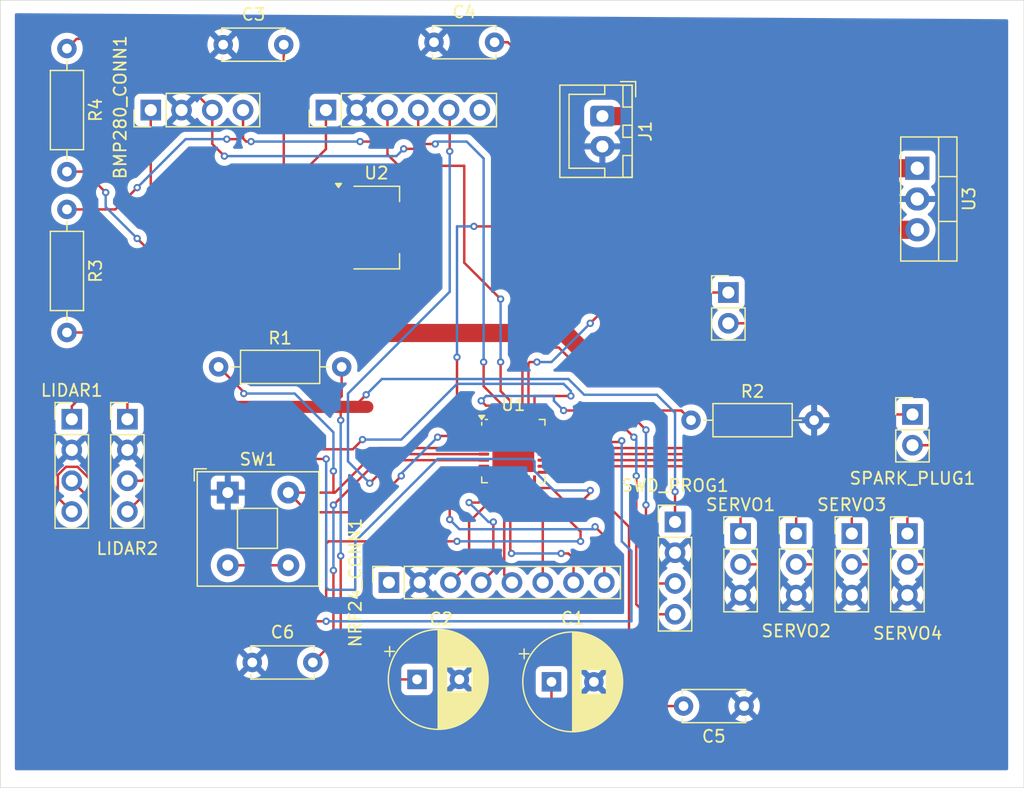
<source format=kicad_pcb>
(kicad_pcb (version 20241229) (generator "pcbnew") (generator_version "9.0")
  (layers (0 "F.Cu" signal) (2 "B.Cu" signal) (13 "F.Paste" user) (15 "B.Paste" user) (5 "F.SilkS" user "F.Silkscreen") (7 "B.SilkS" user "B.Silkscreen") (1 "F.Mask" user) (3 "B.Mask" user) (25 "Edge.Cuts" user))
  (net 0 "")
  (net 1 "+3.3V")
  (net 2 "Net-(BMP280_CONN1-Pin_3)")
  (net 3 "/GND")
  (net 4 "Net-(BMP280_CONN1-Pin_4)")
  (net 5 "Net-(SERVO1-Pin_2)")
  (net 6 "VCC")
  (net 7 "Net-(LIDAR1-Pin_3)")
  (net 8 "Net-(LIDAR1-Pin_4)")
  (net 9 "Net-(LIDAR2-Pin_3)")
  (net 10 "Net-(LIDAR2-Pin_4)")
  (net 11 "Net-(MPU6050_CONN1-Pin_5)")
  (net 13 "Net-(NRF24_CONN1-Pin_5)")
  (net 14 "Net-(NRF24_CONN1-Pin_6)")
  (net 15 "Net-(NRF24_CONN1-Pin_7)")
  (net 16 "Net-(NRF24_CONN1-Pin_8)")
  (net 17 "Net-(NRF24_CONN1-Pin_3)")
  (net 18 "Net-(NRF24_CONN1-Pin_4)")
  (net 19 "Net-(U1-NRST)")
  (net 20 "Net-(U1-BOOT0)")
  (net 21 "Net-(SERVO1-Pin_1)")
  (net 22 "Net-(SERVO2-Pin_1)")
  (net 23 "Net-(SERVO3-Pin_1)")
  (net 24 "Net-(SERVO4-Pin_1)")
  (net 25 "Net-(SOLENOID1-Pin_1)")
  (net 26 "Net-(SPARK_PLUG1-Pin_1)")
  (net 27 "Net-(SWD_PROG1-Pin_3)")
  (net 28 "Net-(SWD_PROG1-Pin_4)")
  (footprint "Connector_PinHeader_2.54mm:PinHeader_1x02_P2.54mm_Vertical" (layer "F.Cu") (at 181 90.46)
    (property "Reference" "SOLENOID1" (hide yes))
    (property "Value" "~" (hide yes))
  )
  (footprint "Resistor_THT:R_Axial_DIN0207_L6.3mm_D2.5mm_P10.16mm_Horizontal" (layer "F.Cu") (at 126.4 83.6 -90)
    (property "Reference" "R3")
    (property "Value" "4.7K")
  )
  (footprint "Capacitor_THT:CP_Radial_D8.0mm_P3.50mm" (layer "F.Cu") (at 166.4 122.6)
    (property "Reference" "C1")
    (property "Value" "10uf")
  )
  (footprint "Connector_PinHeader_2.54mm:PinHeader_1x06_P2.54mm_Vertical" (layer "F.Cu") (at 147.78 75.4 90)
    (property "Reference" "MPU6050_CONN1" (hide yes))
    (property "Value" "~" (hide yes))
  )
  (footprint "Connector_PinHeader_2.54mm:PinHeader_1x02_P2.54mm_Vertical" (layer "F.Cu") (at 196.2 100.525)
    (property "Reference" "SPARK_PLUG1")
    (property "Value" "~")
  )
  (footprint "Connector_PinHeader_2.54mm:PinHeader_1x04_P2.54mm_Vertical" (layer "F.Cu") (at 133.32 75.4 90)
    (property "Reference" "BMP280_CONN1")
    (property "Value" "~" (hide yes))
  )
  (footprint "Connector_PinHeader_2.54mm:PinHeader_1x03_P2.54mm_Vertical" (layer "F.Cu") (at 195.78 110.36)
    (property "Reference" "SERVO4")
    (property "Value" "~" (hide yes))
  )
  (footprint "Resistor_THT:R_Axial_DIN0207_L6.3mm_D2.5mm_P10.16mm_Horizontal" (layer "F.Cu") (at 138.92 96.6)
    (property "Reference" "R1")
    (property "Value" "10000")
  )
  (footprint "Connector_PinHeader_2.54mm:PinHeader_1x03_P2.54mm_Vertical" (layer "F.Cu") (at 182.01 110.36)
    (property "Reference" "SERVO1")
    (property "Value" "~" (hide yes))
  )
  (footprint "Capacitor_THT:CP_Radial_D8.0mm_P3.50mm" (layer "F.Cu") (at 155.3 122.4)
    (property "Reference" "C2")
    (property "Value" "10uf")
  )
  (footprint "Capacitor_THT:C_Disc_D5.0mm_W2.5mm_P5.00mm" (layer "F.Cu") (at 156.7 69.8)
    (property "Reference" "C4")
    (property "Value" "100nF")
  )
  (footprint "Connector_PinSocket_2.54mm:PinSocket_1x08_P2.54mm_Vertical" (layer "F.Cu") (at 152.98 114.4 90)
    (property "Reference" "NRF24_CONN1")
    (property "Value" "~")
  )
  (footprint "Package_TO_SOT_THT:TO-220-3_Vertical" (layer "F.Cu") (at 196.6 80.2 -90)
    (property "Reference" "U3")
    (property "Value" "LM7805_TO220")
  )
  (footprint "Capacitor_THT:C_Disc_D5.0mm_W2.5mm_P5.00mm" (layer "F.Cu") (at 139.3 70)
    (property "Reference" "C3")
    (property "Value" "100nF")
  )
  (footprint "Package_TO_SOT_SMD:SOT-223-3_TabPin2" (layer "F.Cu") (at 151.95 85.1)
    (property "Reference" "U2")
    (property "Value" "AMS1117-3.3")
  )
  (footprint "Connector_JST:JST_XH_B2B-XH-A_1x02_P2.50mm_Vertical" (layer "F.Cu") (at 170.6 75.9 -90)
    (property "Reference" "J1")
    (property "Value" "BATTERY_IN")
  )
  (footprint "Capacitor_THT:C_Disc_D5.0mm_W2.5mm_P5.00mm" (layer "F.Cu") (at 141.7 121)
    (property "Reference" "C6")
    (property "Value" "100nF")
  )
  (footprint "Connector_PinHeader_2.54mm:PinHeader_1x03_P2.54mm_Vertical" (layer "F.Cu") (at 191.19 110.36)
    (property "Reference" "SERVO3")
    (property "Value" "~" (hide yes))
  )
  (footprint "Connector_PinHeader_2.54mm:PinHeader_1x04_P2.54mm_Vertical" (layer "F.Cu") (at 176.6 109.4)
    (property "Reference" "SWD_PROG1")
    (property "Value" "~")
  )
  (footprint "Resistor_THT:R_Axial_DIN0207_L6.3mm_D2.5mm_P10.16mm_Horizontal" (layer "F.Cu") (at 177.92 101)
    (property "Reference" "R2")
    (property "Value" "10000")
  )
  (footprint "Connector_PinHeader_2.54mm:PinHeader_1x03_P2.54mm_Vertical" (layer "F.Cu") (at 186.6 110.36)
    (property "Reference" "SERVO2")
    (property "Value" "~" (hide yes))
  )
  (footprint "Connector_PinHeader_2.54mm:PinHeader_1x04_P2.54mm_Vertical" (layer "F.Cu") (at 126.8 100.92)
    (property "Reference" "LIDAR1")
    (property "Value" "~")
  )
  (footprint "Capacitor_THT:C_Disc_D5.0mm_W2.5mm_P5.00mm" (layer "F.Cu") (at 182.3 124.6 180)
    (property "Reference" "C5")
    (property "Value" "100nF")
  )
  (footprint "Resistor_THT:R_Axial_DIN0207_L6.3mm_D2.5mm_P10.16mm_Horizontal" (layer "F.Cu") (at 126.4 70.32 -90)
    (property "Reference" "R4")
    (property "Value" "4.7K")
  )
  (footprint "Button_Switch_THT:SW_Push_2P1T_Toggle_CK_PVA1xxH4xxxxxxV2" (layer "F.Cu") (at 139.6775 106.9775)
    (property "Reference" "SW1")
    (property "Value" "SW_Push")
  )
  (footprint "Package_DFN_QFN:QFN-32-1EP_5x5mm_P0.5mm_EP3.45x3.45mm" (layer "F.Cu") (at 163.25 103.55)
    (property "Reference" "U1")
    (property "Value" "STM32L052K8Ux")
  )
  (footprint "Connector_PinHeader_2.54mm:PinHeader_1x04_P2.54mm_Vertical" (layer "F.Cu") (at 131.39 100.92)
    (property "Reference" "LIDAR2")
    (property "Value" "~" (hide yes))
  )
  (gr_rect (start 120.9 66.3375) (end 205.4 131.3375) (stroke (width 0.05)) (fill no) (layer "Edge.Cuts"))
  (segment (start 139.6775 112.9775) (end 144.6775 112.9775) (width 0.2) (layer "F.Cu") (net 0))
  (segment (start 158.6 101.8) (end 160.8125 101.8) (width 0.2) (layer "F.Cu") (net 1))
  (segment (start 138.55 99.9) (end 148.2 99.9) (width 1) (layer "F.Cu") (net 1))
  (segment (start 164.6 82) (end 161.6 85) (width 0.2) (layer "F.Cu") (net 1))
  (segment (start 149.2 120.2) (end 149 120) (width 0.2) (layer "F.Cu") (net 1))
  (segment (start 145.8 85.1) (end 144 85.1) (width 1) (layer "F.Cu") (net 1))
  (segment (start 139.2 85.1) (end 136.9 85.1) (width 1) (layer "F.Cu") (net 1))
  (segment (start 144.3 70) (end 144.3 84.8) (width 0.2) (layer "F.Cu") (net 1))
  (segment (start 138.45 99.8) (end 138.55 99.9) (width 1) (layer "F.Cu") (net 1))
  (segment (start 133.32 83.32) (end 136 86) (width 0.2) (layer "F.Cu") (net 1))
  (segment (start 148.4 108) (end 152.6 103.8) (width 0.2) (layer "F.Cu") (net 1))
  (segment (start 126.4 93.76) (end 131.49 93.76) (width 0.2) (layer "F.Cu") (net 1))
  (segment (start 149 120) (end 149 112.2) (width 0.2) (layer "F.Cu") (net 1))
  (segment (start 151.1 98.9) (end 150.1 99.9) (width 0.2) (layer "F.Cu") (net 1))
  (segment (start 127.88 80.48) (end 129.6 82.2) (width 0.2) (layer "F.Cu") (net 1))
  (segment (start 171 108) (end 171 105.4) (width 0.2) (layer "F.Cu") (net 1))
  (segment (start 139 84.9) (end 139.2 85.1) (width 0.2) (layer "F.Cu") (net 1))
  (segment (start 148.4 119.2) (end 148.4 113.4) (width 0.2) (layer "F.Cu") (net 1))
  (segment (start 170.5 105.3) (end 170.6 105.4) (width 0.2) (layer "F.Cu") (net 1))
  (segment (start 132.2 86) (end 134 87.8) (width 0.2) (layer "F.Cu") (net 1))
  (segment (start 133.85 88.15) (end 133.85 91.4) (width 1) (layer "F.Cu") (net 1))
  (segment (start 148.8 85.1) (end 145.8 85.1) (width 1) (layer "F.Cu") (net 1))
  (segment (start 133.32 75.4) (end 133.32 83.32) (width 0.2) (layer "F.Cu") (net 1))
  (segment (start 164.6 71.6) (end 164.6 82) (width 0.2) (layer "F.Cu") (net 1))
  (segment (start 126.4 80.48) (end 127.88 80.48) (width 0.2) (layer "F.Cu") (net 1))
  (segment (start 149 99.9) (end 150.1 99.9) (width 1) (layer "F.Cu") (net 1))
  (segment (start 151.4 122.4) (end 149.2 120.2) (width 0.2) (layer "F.Cu") (net 1))
  (segment (start 161.6 85) (end 160 85) (width 0.2) (layer "F.Cu") (net 1))
  (segment (start 133.85 92.8) (end 133.85 95.2) (width 1) (layer "F.Cu") (net 1))
  (segment (start 136.9 85.1) (end 136 86) (width 1) (layer "F.Cu") (net 1))
  (segment (start 149 101) (end 149 99.9) (width 0.2) (layer "F.Cu") (net 1))
  (segment (start 144 85.1) (end 139.2 85.1) (width 1) (layer "F.Cu") (net 1))
  (segment (start 131.39 100.92) (end 131.39 97.66) (width 0.2) (layer "F.Cu") (net 1))
  (segment (start 162.8 69.8) (end 164.6 71.6) (width 0.2) (layer "F.Cu") (net 1))
  (segment (start 176.6 109.4) (end 176.6 106.9) (width 0.2) (layer "F.Cu") (net 1))
  (segment (start 152.6 103.8) (end 160.8125 103.8) (width 0.2) (layer "F.Cu") (net 1))
  (segment (start 172.8 109.8) (end 171 108) (width 0.2) (layer "F.Cu") (net 1))
  (segment (start 155.3 122.4) (end 151.4 122.4) (width 0.2) (layer "F.Cu") (net 1))
  (segment (start 150.1 99.9) (end 151.2 99.9) (width 1) (layer "F.Cu") (net 1))
  (segment (start 131.39 97.66) (end 133.85 95.2) (width 0.2) (layer "F.Cu") (net 1))
  (segment (start 133.85 95.2) (end 138.45 99.8) (width 1) (layer "F.Cu") (net 1))
  (segment (start 170.5 105.3) (end 165.6875 105.3) (width 0.2) (layer "F.Cu") (net 1))
  (segment (start 136 86) (end 134.2 87.8) (width 1) (layer "F.Cu") (net 1))
  (segment (start 126.8 99.85) (end 133.85 92.8) (width 0.2) (layer "F.Cu") (net 1))
  (segment (start 161.7 69.8) (end 162.8 69.8) (width 0.2) (layer "F.Cu") (net 1))
  (segment (start 134 87.8) (end 134.2 87.8) (width 0.2) (layer "F.Cu") (net 1))
  (segment (start 149.08 96.6) (end 149.08 99.02) (width 0.2) (layer "F.Cu") (net 1))
  (segment (start 126.8 100.92) (end 126.8 99.85) (width 0.2) (layer "F.Cu") (net 1))
  (segment (start 155.1 85.1) (end 148.8 85.1) (width 0.2) (layer "F.Cu") (net 1))
  (segment (start 145.8 80.6) (end 145.8 85.1) (width 0.2) (layer "F.Cu") (net 1))
  (segment (start 147.78 78.62) (end 145.8 80.6) (width 0.2) (layer "F.Cu") (net 1))
  (segment (start 146.7 121) (end 148.4 119.3) (width 0.2) (layer "F.Cu") (net 1))
  (segment (start 148.2 99.9) (end 149 99.9) (width 1) (layer "F.Cu") (net 1))
  (segment (start 133.85 91.4) (end 133.85 92.8) (width 1) (layer "F.Cu") (net 1))
  (segment (start 172.8 124.2) (end 172.8 109.8) (width 0.2) (layer "F.Cu") (net 1))
  (segment (start 148.4 119.3) (end 148.4 119.2) (width 0.2) (layer "F.Cu") (net 1))
  (segment (start 131.49 93.76) (end 133.85 91.4) (width 0.2) (layer "F.Cu") (net 1))
  (segment (start 147.78 75.4) (end 147.78 78.62) (width 0.2) (layer "F.Cu") (net 1))
  (segment (start 149.08 99.02) (end 148.2 99.9) (width 0.2) (layer "F.Cu") (net 1))
  (segment (start 173.2 124.6) (end 172.8 124.2) (width 0.2) (layer "F.Cu") (net 1))
  (segment (start 134.2 87.8) (end 133.85 88.15) (width 1) (layer "F.Cu") (net 1))
  (segment (start 177.3 124.6) (end 173.2 124.6) (width 0.2) (layer "F.Cu") (net 1))
  (segment (start 158.6 95.8) (end 158.6 101.8) (width 0.2) (layer "F.Cu") (net 1))
  (segment (start 144.3 84.8) (end 144 85.1) (width 0.2) (layer "F.Cu") (net 1))
  (segment (start 170.6 105.4) (end 171 105.4) (width 0.2) (layer "F.Cu") (net 1))
  (via (at 148.4 108) (size 0.6) (drill 0.3) (layers "F.Cu" "B.Cu") (net 1))
  (via (at 149 112.2) (size 0.6) (drill 0.3) (layers "F.Cu" "B.Cu") (net 1))
  (via (at 176.6 106.9) (size 0.6) (drill 0.3) (layers "F.Cu" "B.Cu") (net 1))
  (via (at 149 101) (size 0.6) (drill 0.3) (layers "F.Cu" "B.Cu") (net 1))
  (via (at 132.2 86) (size 0.6) (drill 0.3) (layers "F.Cu" "B.Cu") (net 1))
  (via (at 151.1 98.9) (size 0.6) (drill 0.3) (layers "F.Cu" "B.Cu") (net 1))
  (via (at 158.6 95.8) (size 0.6) (drill 0.3) (layers "F.Cu" "B.Cu") (net 1))
  (via (at 129.6 82.2) (size 0.6) (drill 0.3) (layers "F.Cu" "B.Cu") (net 1))
  (via (at 160 85) (size 0.6) (drill 0.3) (layers "F.Cu" "B.Cu") (net 1))
  (via (at 148.4 113.4) (size 0.6) (drill 0.3) (layers "F.Cu" "B.Cu") (net 1))
  (segment (start 158.6 85) (end 158.6 95.8) (width 0.2) (layer "B.Cu") (net 1))
  (segment (start 169.1 98.9) (end 167.8 97.6) (width 0.2) (layer "B.Cu") (net 1))
  (segment (start 152.4 97.6) (end 151.1 98.9) (width 0.2) (layer "B.Cu") (net 1))
  (segment (start 160 85) (end 158.6 85) (width 0.2) (layer "B.Cu") (net 1))
  (segment (start 176.6 106.9) (end 176.6 100.4) (width 0.2) (layer "B.Cu") (net 1))
  (segment (start 149 112.2) (end 149 101) (width 0.2) (layer "B.Cu") (net 1))
  (segment (start 176.6 100.4) (end 175.1 98.9) (width 0.2) (layer "B.Cu") (net 1))
  (segment (start 129.6 82.2) (end 129.6 83.4) (width 0.2) (layer "B.Cu") (net 1))
  (segment (start 175.1 98.9) (end 169.1 98.9) (width 0.2) (layer "B.Cu") (net 1))
  (segment (start 129.6 83.4) (end 132.2 86) (width 0.2) (layer "B.Cu") (net 1))
  (segment (start 167.8 97.6) (end 152.4 97.6) (width 0.2) (layer "B.Cu") (net 1))
  (segment (start 148.4 113.4) (end 148.4 108) (width 0.2) (layer "B.Cu") (net 1))
  (segment (start 138.4 78.2) (end 139.4 79.2) (width 0.2) (layer "F.Cu") (net 2))
  (segment (start 132.520001 69.520001) (end 138.4 75.4) (width 0.2) (layer "F.Cu") (net 2))
  (segment (start 155 78.6) (end 155.4 78.2) (width 0.2) (layer "F.Cu") (net 2))
  (segment (start 160.8 96.2) (end 160.8 98.2) (width 0.2) (layer "F.Cu") (net 2))
  (segment (start 160.8 98.2) (end 162.5 99.9) (width 0.2) (layer "F.Cu") (net 2))
  (segment (start 138.4 75.4) (end 138.4 78.2) (width 0.2) (layer "F.Cu") (net 2))
  (segment (start 127.199999 69.520001) (end 132.520001 69.520001) (width 0.2) (layer "F.Cu") (net 2))
  (segment (start 154.2 78.6) (end 155 78.6) (width 0.2) (layer "F.Cu") (net 2))
  (segment (start 162.5 99.9) (end 162.5 101.1125) (width 0.2) (layer "F.Cu") (net 2))
  (segment (start 126.4 70.32) (end 127.199999 69.520001) (width 0.2) (layer "F.Cu") (net 2))
  (segment (start 155.4 75.4) (end 155.4 78.2) (width 0.2) (layer "F.Cu") (net 2))
  (segment (start 155.4 78.2) (end 156.8 78.2) (width 0.2) (layer "F.Cu") (net 2))
  (via (at 139.4 79.2) (size 0.6) (drill 0.3) (layers "F.Cu" "B.Cu") (net 2))
  (via (at 154.2 78.6) (size 0.6) (drill 0.3) (layers "F.Cu" "B.Cu") (net 2))
  (via (at 156.8 78.2) (size 0.6) (drill 0.3) (layers "F.Cu" "B.Cu") (net 2))
  (via (at 160.8 96.2) (size 0.6) (drill 0.3) (layers "F.Cu" "B.Cu") (net 2))
  (segment (start 139.4 79.2) (end 153.6 79.2) (width 0.2) (layer "B.Cu") (net 2))
  (segment (start 157 78) (end 159.4 78) (width 0.2) (layer "B.Cu") (net 2))
  (segment (start 156.8 78.2) (end 157 78) (width 0.2) (layer "B.Cu") (net 2))
  (segment (start 159.4 78) (end 160.8 79.4) (width 0.2) (layer "B.Cu") (net 2))
  (segment (start 153.6 79.2) (end 154.2 78.6) (width 0.2) (layer "B.Cu") (net 2))
  (segment (start 160.8 79.4) (end 160.8 96.2) (width 0.2) (layer "B.Cu") (net 2))
  (segment (start 152.86 79.06) (end 153.2 79.4) (width 0.2) (layer "F.Cu") (net 4))
  (segment (start 162.2 98.6) (end 163 99.4) (width 0.2) (layer "F.Cu") (net 4))
  (segment (start 141.2 78) (end 141.6 78) (width 0.2) (layer "F.Cu") (net 4))
  (segment (start 126.4 83.6) (end 130.4 83.6) (width 0.2) (layer "F.Cu") (net 4))
  (segment (start 140.94 75.4) (end 140.94 77.4) (width 0.2) (layer "F.Cu") (net 4))
  (segment (start 162.2 96.2) (end 162.2 98.6) (width 0.2) (layer "F.Cu") (net 4))
  (segment (start 159.2 80) (end 159.2 88) (width 0.2) (layer "F.Cu") (net 4))
  (segment (start 153.8 80) (end 159.2 80) (width 0.2) (layer "F.Cu") (net 4))
  (segment (start 140.94 77.4) (end 140.94 77.74) (width 0.2) (layer "F.Cu") (net 4))
  (segment (start 152.86 75.4) (end 152.86 78) (width 0.2) (layer "F.Cu") (net 4))
  (segment (start 150.6 78) (end 152.86 78) (width 0.2) (layer "F.Cu") (net 4))
  (segment (start 152.86 78) (end 152.86 79.06) (width 0.2) (layer "F.Cu") (net 4))
  (segment (start 130.4 83.6) (end 132.2 81.8) (width 0.2) (layer "F.Cu") (net 4))
  (segment (start 153.2 79.4) (end 153.8 80) (width 0.2) (layer "F.Cu") (net 4))
  (segment (start 140.94 77.74) (end 141.2 78) (width 0.2) (layer "F.Cu") (net 4))
  (segment (start 140.54 77.8) (end 140.94 77.4) (width 0.2) (layer "F.Cu") (net 4))
  (segment (start 139.6 77.8) (end 140.54 77.8) (width 0.2) (layer "F.Cu") (net 4))
  (segment (start 163 99.4) (end 163 101.1125) (width 0.2) (layer "F.Cu") (net 4))
  (segment (start 159.2 88) (end 162.2 91) (width 0.2) (layer "F.Cu") (net 4))
  (via (at 139.6 77.8) (size 0.6) (drill 0.3) (layers "F.Cu" "B.Cu") (net 4))
  (via (at 162.2 96.2) (size 0.6) (drill 0.3) (layers "F.Cu" "B.Cu") (net 4))
  (via (at 141.6 78) (size 0.6) (drill 0.3) (layers "F.Cu" "B.Cu") (net 4))
  (via (at 132.2 81.8) (size 0.6) (drill 0.3) (layers "F.Cu" "B.Cu") (net 4))
  (via (at 150.6 78) (size 0.6) (drill 0.3) (layers "F.Cu" "B.Cu") (net 4))
  (via (at 162.2 91) (size 0.6) (drill 0.3) (layers "F.Cu" "B.Cu") (net 4))
  (segment (start 136.2 77.8) (end 139.6 77.8) (width 0.2) (layer "B.Cu") (net 4))
  (segment (start 141.6 78) (end 150.6 78) (width 0.2) (layer "B.Cu") (net 4))
  (segment (start 162.2 91) (end 162.2 96.2) (width 0.2) (layer "B.Cu") (net 4))
  (segment (start 132.2 81.8) (end 136.2 77.8) (width 0.2) (layer "B.Cu") (net 4))
  (segment (start 169.4 128) (end 183.2 128) (width 0.2) (layer "F.Cu") (net 5))
  (segment (start 144.65 93.8) (end 167.4 93.8) (width 1.5) (layer "F.Cu") (net 5))
  (segment (start 184.6 118.9) (end 189.6 118.9) (width 1.5) (layer "F.Cu") (net 5))
  (segment (start 148.8 87.4) (end 143.85 87.4) (width 1.5) (layer "F.Cu") (net 5))
  (segment (start 167.45 86.47) (end 167.45 93.75) (width 1.5) (layer "F.Cu") (net 5))
  (segment (start 188.6 112.9) (end 189.1 113.4) (width 0.2) (layer "F.Cu") (net 5))
  (segment (start 196.2 103.065) (end 200.735 103.065) (width 0.2) (layer "F.Cu") (net 5))
  (segment (start 193.1 112.9) (end 193.6 113.4) (width 0.2) (layer "F.Cu") (net 5))
  (segment (start 189.6 118.9) (end 193.6 118.9) (width 1.5) (layer "F.Cu") (net 5))
  (segment (start 143.85 87.4) (end 142.15 89.1) (width 1.5) (layer "F.Cu") (net 5))
  (segment (start 196.6 85.28) (end 168.64 85.28) (width 1.5) (layer "F.Cu") (net 5))
  (segment (start 202.2 121.4) (end 202.2 110.8) (width 0.2) (layer "F.Cu") (net 5))
  (segment (start 185.2 93) (end 186.6 94.4) (width 0.2) (layer "F.Cu") (net 5))
  (segment (start 168.64 85.28) (end 167.45 86.47) (width 1.5) (layer "F.Cu") (net 5))
  (segment (start 142.15 91.3) (end 144.65 93.8) (width 1.5) (layer "F.Cu") (net 5))
  (segment (start 200.735 103.065) (end 200.8 103) (width 0.2) (layer "F.Cu") (net 5))
  (segment (start 200.8 99.6) (end 200.8 103) (width 1.5) (layer "F.Cu") (net 5))
  (segment (start 142.15 89.1) (end 142.15 91.3) (width 1.5) (layer "F.Cu") (net 5))
  (segment (start 193.6 113.4) (end 193.6 118.9) (width 0.2) (layer "F.Cu") (net 5))
  (segment (start 183.2 128) (end 189.8 121.4) (width 0.2) (layer "F.Cu") (net 5))
  (segment (start 167.4 93.8) (end 167.45 93.75) (width 1.5) (layer "F.Cu") (net 5))
  (segment (start 182.01 112.9) (end 184.1 112.9) (width 0.2) (layer "F.Cu") (net 5))
  (segment (start 202.2 110.8) (end 200.6 110.8) (width 0.2) (layer "F.Cu") (net 5))
  (segment (start 186.6 94.4) (end 186.6 96) (width 0.2) (layer "F.Cu") (net 5))
  (segment (start 184.1 118.4) (end 184.6 118.9) (width 0.2) (layer "F.Cu") (net 5))
  (segment (start 189.1 113.4) (end 189.1 118.9) (width 0.2) (layer "F.Cu") (net 5))
  (segment (start 186.6 112.9) (end 188.6 112.9) (width 0.2) (layer "F.Cu") (net 5))
  (segment (start 197.6 96.4) (end 200.8 99.6) (width 1.5) (layer "F.Cu") (net 5))
  (segment (start 191.19 112.9) (end 193.1 112.9) (width 0.2) (layer "F.Cu") (net 5))
  (segment (start 187 96.4) (end 197.6 96.4) (width 1.5) (layer "F.Cu") (net 5))
  (segment (start 199.6 118.9) (end 193.6 118.9) (width 1.5) (layer "F.Cu") (net 5))
  (segment (start 170.1 96.4) (end 187 96.4) (width 1.5) (layer "F.Cu") (net 5))
  (segment (start 200.6 110.8) (end 200.6 99.9) (width 0.2) (layer "F.Cu") (net 5))
  (segment (start 166.4 122.6) (end 166.4 125) (width 0.2) (layer "F.Cu") (net 5))
  (segment (start 195.78 112.9) (end 199.6 112.9) (width 0.2) (layer "F.Cu") (net 5))
  (segment (start 184.1 112.9) (end 184.1 118.4) (width 0.2) (layer "F.Cu") (net 5))
  (segment (start 181 93) (end 185.2 93) (width 0.2) (layer "F.Cu") (net 5))
  (segment (start 166.4 125) (end 169.4 128) (width 0.2) (layer "F.Cu") (net 5))
  (segment (start 189.8 121.4) (end 202.2 121.4) (width 0.2) (layer "F.Cu") (net 5))
  (segment (start 199.6 112.9) (end 200.1 112.9) (width 0.2) (layer "F.Cu") (net 5))
  (segment (start 200.8 103) (end 200.8 117.7) (width 1.5) (layer "F.Cu") (net 5))
  (segment (start 200.8 117.7) (end 199.6 118.9) (width 1.5) (layer "F.Cu") (net 5))
  (segment (start 186.6 96) (end 187 96.4) (width 0.2) (layer "F.Cu") (net 5))
  (segment (start 189.1 118.9) (end 189.6 118.9) (width 0.2) (layer "F.Cu") (net 5))
  (segment (start 167.45 93.75) (end 170.1 96.4) (width 1.5) (layer "F.Cu") (net 5))
  (segment (start 170.6 75.9) (end 184.472651 75.9) (width 1.5) (layer "F.Cu") (net 6))
  (segment (start 184.472651 75.9) (end 188.792651 80.22) (width 1.5) (layer "F.Cu") (net 6))
  (segment (start 188.792651 80.22) (end 188.812651 80.2) (width 1.5) (layer "F.Cu") (net 6))
  (segment (start 188.812651 80.2) (end 196.6 80.2) (width 1.5) (layer "F.Cu") (net 6))
  (segment (start 128.8 117.6) (end 147.8 117.6) (width 0.2) (layer "F.Cu") (net 7))
  (segment (start 126.8 106) (end 128.8 108) (width 0.2) (layer "F.Cu") (net 7))
  (segment (start 172.1 102.8) (end 165.6875 102.8) (width 0.2) (layer "F.Cu") (net 7))
  (segment (start 172.2 102.7) (end 172.1 102.8) (width 0.2) (layer "F.Cu") (net 7))
  (segment (start 128.8 108) (end 128.8 117.6) (width 0.2) (layer "F.Cu") (net 7))
  (via (at 147.8 117.6) (size 0.6) (drill 0.3) (layers "F.Cu" "B.Cu") (net 7))
  (via (at 172.2 102.7) (size 0.6) (drill 0.3) (layers "F.Cu" "B.Cu") (net 7))
  (segment (start 147.8 117.6) (end 173 117.6) (width 0.2) (layer "B.Cu") (net 7))
  (segment (start 173 117.6) (end 173 111.8) (width 0.2) (layer "B.Cu") (net 7))
  (segment (start 173 111.8) (end 172.2 111) (width 0.2) (layer "B.Cu") (net 7))
  (segment (start 172.2 111) (end 172.2 102.7) (width 0.2) (layer "B.Cu") (net 7))
  (segment (start 165.6 107) (end 164.6 107) (width 0.2) (layer "F.Cu") (net 8))
  (segment (start 164.5 106.9) (end 164.5 105.9875) (width 0.2) (layer "F.Cu") (net 8))
  (segment (start 126.8 108.54) (end 125.649 107.389) (width 0.2) (layer "F.Cu") (net 8))
  (segment (start 125.649 105.52324) (end 126.32324 104.849) (width 0.2) (layer "F.Cu") (net 8))
  (segment (start 134.06 115.8) (end 147.8 115.8) (width 0.2) (layer "F.Cu") (net 8))
  (segment (start 129.201 110.941) (end 134.06 115.8) (width 0.2) (layer "F.Cu") (net 8))
  (segment (start 147.8 115.8) (end 147.8 111.2) (width 0.2) (layer "F.Cu") (net 8))
  (segment (start 127.27676 104.849) (end 129.201 106.77324) (width 0.2) (layer "F.Cu") (net 8))
  (segment (start 168.8 111) (end 168.8 110.2) (width 0.2) (layer "F.Cu") (net 8))
  (segment (start 125.649 107.389) (end 125.649 105.52324) (width 0.2) (layer "F.Cu") (net 8))
  (segment (start 129.201 106.77324) (end 129.201 110.941) (width 0.2) (layer "F.Cu") (net 8))
  (segment (start 148 111) (end 158.6 111) (width 0.2) (layer "F.Cu") (net 8))
  (segment (start 147.8 111.2) (end 148 111) (width 0.2) (layer "F.Cu") (net 8))
  (segment (start 164.6 107) (end 164.5 106.9) (width 0.2) (layer "F.Cu") (net 8))
  (segment (start 126.32324 104.849) (end 127.27676 104.849) (width 0.2) (layer "F.Cu") (net 8))
  (segment (start 168.8 110.2) (end 165.6 107) (width 0.2) (layer "F.Cu") (net 8))
  (via (at 168.8 111) (size 0.6) (drill 0.3) (layers "F.Cu" "B.Cu") (net 8))
  (via (at 158.6 111) (size 0.6) (drill 0.3) (layers "F.Cu" "B.Cu") (net 8))
  (segment (start 158.6 111) (end 168.8 111) (width 0.2) (layer "B.Cu") (net 8))
  (segment (start 135.2 103.4) (end 150 103.4) (width 0.2) (layer "F.Cu") (net 9))
  (segment (start 132.6 106) (end 135.2 103.4) (width 0.2) (layer "F.Cu") (net 9))
  (segment (start 150 103.4) (end 150.8 102.6) (width 0.2) (layer "F.Cu") (net 9))
  (segment (start 168 99) (end 165 99) (width 0.2) (layer "F.Cu") (net 9))
  (segment (start 131.39 106) (end 132.6 106) (width 0.2) (layer "F.Cu") (net 9))
  (segment (start 165 99) (end 165 101.1125) (width 0.2) (layer "F.Cu") (net 9))
  (via (at 150.8 102.6) (size 0.6) (drill 0.3) (layers "F.Cu" "B.Cu") (net 9))
  (via (at 168 99) (size 0.6) (drill 0.3) (layers "F.Cu" "B.Cu") (net 9))
  (segment (start 158.6 98) (end 165 98) (width 0.2) (layer "B.Cu") (net 9))
  (segment (start 150.8 102.6) (end 154 102.6) (width 0.2) (layer "B.Cu") (net 9))
  (segment (start 165 98) (end 167.4 98) (width 0.2) (layer "B.Cu") (net 9))
  (segment (start 167.4 98) (end 167.6 98.2) (width 0.2) (layer "B.Cu") (net 9))
  (segment (start 168 98.6) (end 168 99) (width 0.2) (layer "B.Cu") (net 9))
  (segment (start 167.6 98.2) (end 168 98.6) (width 0.2) (layer "B.Cu") (net 9))
  (segment (start 154 102.6) (end 158.6 98) (width 0.2) (layer "B.Cu") (net 9))
  (segment (start 165 106.6) (end 165 105.9875) (width 0.2) (layer "F.Cu") (net 10))
  (segment (start 169.6 107) (end 168.2 108.4) (width 0.2) (layer "F.Cu") (net 10))
  (segment (start 135.73 104.2) (end 136.6 104.2) (width 0.2) (layer "F.Cu") (net 10))
  (segment (start 131.39 108.54) (end 135.73 104.2) (width 0.2) (layer "F.Cu") (net 10))
  (segment (start 169.6 106.8) (end 169.6 107) (width 0.2) (layer "F.Cu") (net 10))
  (segment (start 136.6 104.2) (end 147.8 104.2) (width 0.2) (layer "F.Cu") (net 10))
  (segment (start 168.2 108.4) (end 166.4 106.6) (width 0.2) (layer "F.Cu") (net 10))
  (segment (start 166.4 106.6) (end 165 106.6) (width 0.2) (layer "F.Cu") (net 10))
  (via (at 147.8 104.2) (size 0.6) (drill 0.3) (layers "F.Cu" "B.Cu") (net 10))
  (via (at 169.6 106.8) (size 0.6) (drill 0.3) (layers "F.Cu" "B.Cu") (net 10))
  (segment (start 148 115) (end 150.2 115) (width 0.2) (layer "B.Cu") (net 10))
  (segment (start 150.2 115) (end 150.2 111) (width 0.2) (layer "B.Cu") (net 10))
  (segment (start 165 104.8) (end 165 105.2) (width 0.2) (layer "B.Cu") (net 10))
  (segment (start 164.8 104.2) (end 165 104.4) (width 0.2) (layer "B.Cu") (net 10))
  (segment (start 150.2 111) (end 157 104.2) (width 0.2) (layer "B.Cu") (net 10))
  (segment (start 147.8 104.2) (end 147.8 114.8) (width 0.2) (layer "B.Cu") (net 10))
  (segment (start 147.8 114.8) (end 148 115) (width 0.2) (layer "B.Cu") (net 10))
  (segment (start 166.6 106.8) (end 169.6 106.8) (width 0.2) (layer "B.Cu") (net 10))
  (segment (start 165.8 106) (end 166.6 106.8) (width 0.2) (layer "B.Cu") (net 10))
  (segment (start 165 105.2) (end 165.8 106) (width 0.2) (layer "B.Cu") (net 10))
  (segment (start 157 104.2) (end 164.8 104.2) (width 0.2) (layer "B.Cu") (net 10))
  (segment (start 165 104.4) (end 165 104.8) (width 0.2) (layer "B.Cu") (net 10))
  (segment (start 157.94 75.4) (end 158 75.46) (width 0.2) (layer "F.Cu") (net 11))
  (segment (start 153.3 104.3) (end 160.8125 104.3) (width 0.2) (layer "F.Cu") (net 11))
  (segment (start 158 75.46) (end 158 78.8) (width 0.2) (layer "F.Cu") (net 11))
  (segment (start 151.4 106.2) (end 153.3 104.3) (width 0.2) (layer "F.Cu") (net 11))
  (via (at 151.4 106.2) (size 0.6) (drill 0.3) (layers "F.Cu" "B.Cu") (net 11))
  (via (at 158 78.8) (size 0.6) (drill 0.3) (layers "F.Cu" "B.Cu") (net 11))
  (segment (start 149.601 98.799) (end 149.601 104.401) (width 0.2) (layer "B.Cu") (net 11))
  (segment (start 158 78.8) (end 158 90.4) (width 0.2) (layer "B.Cu") (net 11))
  (segment (start 158 90.4) (end 149.601 98.799) (width 0.2) (layer "B.Cu") (net 11))
  (segment (start 149.601 104.401) (end 151.4 106.2) (width 0.2) (layer "B.Cu") (net 11))
  (segment (start 163.14 114.4) (end 162.5 113.76) (width 0.2) (layer "F.Cu") (net 13))
  (segment (start 162.5 113.76) (end 162.5 105.9875) (width 0.2) (layer "F.Cu") (net 13))
  (segment (start 163.5 106.9) (end 163.5 105.9875) (width 0.2) (layer "F.Cu") (net 14))
  (segment (start 164.8 108.2) (end 163.5 106.9) (width 0.2) (layer "F.Cu") (net 14))
  (segment (start 165.68 114.4) (end 165.68 108.88) (width 0.2) (layer "F.Cu") (net 14))
  (segment (start 165.68 108.88) (end 165 108.2) (width 0.2) (layer "F.Cu") (net 14))
  (segment (start 165 108.2) (end 164.8 108.2) (width 0.2) (layer "F.Cu") (net 14))
  (segment (start 168.22 112.42) (end 168 112.2) (width 0.2) (layer "F.Cu") (net 15))
  (segment (start 163.1 112) (end 163 111.9) (width 0.2) (layer "F.Cu") (net 15))
  (segment (start 168 112.2) (end 167.8 112) (width 0.2) (layer "F.Cu") (net 15))
  (segment (start 167.8 112) (end 167.2 112) (width 0.2) (layer "F.Cu") (net 15))
  (segment (start 163 111.9) (end 163 105.9875) (width 0.2) (layer "F.Cu") (net 15))
  (segment (start 168.22 114.4) (end 168.22 112.42) (width 0.2) (layer "F.Cu") (net 15))
  (via (at 163.1 112) (size 0.6) (drill 0.3) (layers "F.Cu" "B.Cu") (net 15))
  (via (at 167.2 112) (size 0.6) (drill 0.3) (layers "F.Cu" "B.Cu") (net 15))
  (segment (start 167.2 112) (end 163.1 112) (width 0.2) (layer "B.Cu") (net 15))
  (segment (start 170.76 114.4) (end 170.76 110.56) (width 0.2) (layer "F.Cu") (net 16))
  (segment (start 158.1 105.3) (end 160.8125 105.3) (width 0.2) (layer "F.Cu") (net 16))
  (segment (start 170.76 110.56) (end 170 109.8) (width 0.2) (layer "F.Cu") (net 16))
  (segment (start 158 105.4) (end 158.1 105.3) (width 0.2) (layer "F.Cu") (net 16))
  (segment (start 158 109.2) (end 158 105.4) (width 0.2) (layer "F.Cu") (net 16))
  (via (at 170 109.8) (size 0.6) (drill 0.3) (layers "F.Cu" "B.Cu") (net 16))
  (via (at 158 109.2) (size 0.6) (drill 0.3) (layers "F.Cu" "B.Cu") (net 16))
  (segment (start 169.799 110.001) (end 158.801 110.001) (width 0.2) (layer "B.Cu") (net 16))
  (segment (start 158.801 110.001) (end 158.2 109.4) (width 0.2) (layer "B.Cu") (net 16))
  (segment (start 158.2 109.4) (end 158 109.2) (width 0.2) (layer "B.Cu") (net 16))
  (segment (start 170 109.8) (end 169.799 110.001) (width 0.2) (layer "B.Cu") (net 16))
  (segment (start 158.06 114.4) (end 159.6 112.86) (width 0.2) (layer "F.Cu") (net 17))
  (segment (start 162 107) (end 162 105.9875) (width 0.2) (layer "F.Cu") (net 17))
  (segment (start 159.6 109.4) (end 162 107) (width 0.2) (layer "F.Cu") (net 17))
  (segment (start 159.6 112.86) (end 159.6 109.4) (width 0.2) (layer "F.Cu") (net 17))
  (segment (start 161.5 106.7) (end 161.5 105.9875) (width 0.2) (layer "F.Cu") (net 18))
  (segment (start 160.4 107.8) (end 161.5 106.7) (width 0.2) (layer "F.Cu") (net 18))
  (segment (start 159.6 107.8) (end 160.4 107.8) (width 0.2) (layer "F.Cu") (net 18))
  (segment (start 160.6 114.4) (end 161.6 113.4) (width 0.2) (layer "F.Cu") (net 18))
  (segment (start 161.6 113.4) (end 161.6 109.4) (width 0.2) (layer "F.Cu") (net 18))
  (via (at 161.6 109.4) (size 0.6) (drill 0.3) (layers "F.Cu" "B.Cu") (net 18))
  (via (at 159.6 107.8) (size 0.6) (drill 0.3) (layers "F.Cu" "B.Cu") (net 18))
  (segment (start 161.6 109.4) (end 161.2 109.4) (width 0.2) (layer "B.Cu") (net 18))
  (segment (start 161.2 109.4) (end 159.6 107.8) (width 0.2) (layer "B.Cu") (net 18))
  (segment (start 148.4 106.9775) (end 148.5225 106.9775) (width 0.2) (layer "F.Cu") (net 19))
  (segment (start 148.5225 106.9775) (end 152.2 103.3) (width 0.2) (layer "F.Cu") (net 19))
  (segment (start 157 102.4) (end 157.1 102.3) (width 0.2) (layer "F.Cu") (net 19))
  (segment (start 146.301 108.601) (end 150.999 108.601) (width 0.2) (layer "F.Cu") (net 19))
  (segment (start 144.6775 106.9775) (end 148.4 106.9775) (width 0.2) (layer "F.Cu") (net 19))
  (segment (start 148.4 105.2) (end 148.4 106.9775) (width 0.2) (layer "F.Cu") (net 19))
  (segment (start 152.2 103.3) (end 160.8125 103.3) (width 0.2) (layer "F.Cu") (net 19))
  (segment (start 144.6775 106.9775) (end 146.301 108.601) (width 0.2) (layer "F.Cu") (net 19))
  (segment (start 157.1 102.3) (end 160.8125 102.3) (width 0.2) (layer "F.Cu") (net 19))
  (segment (start 141 98.68) (end 141 98.8) (width 0.2) (layer "F.Cu") (net 19))
  (segment (start 138.92 96.6) (end 141 98.68) (width 0.2) (layer "F.Cu") (net 19))
  (segment (start 150.999 108.601) (end 154 105.6) (width 0.2) (layer "F.Cu") (net 19))
  (via (at 141 98.8) (size 0.6) (drill 0.3) (layers "F.Cu" "B.Cu") (net 19))
  (via (at 148.4 105.2) (size 0.6) (drill 0.3) (layers "F.Cu" "B.Cu") (net 19))
  (via (at 154 105.6) (size 0.6) (drill 0.3) (layers "F.Cu" "B.Cu") (net 19))
  (via (at 157 102.4) (size 0.6) (drill 0.3) (layers "F.Cu" "B.Cu") (net 19))
  (segment (start 148.4 102.001) (end 148.4 105.2) (width 0.2) (layer "B.Cu") (net 19))
  (segment (start 154 105.4) (end 157 102.4) (width 0.2) (layer "B.Cu") (net 19))
  (segment (start 145.199 98.8) (end 148.4 102.001) (width 0.2) (layer "B.Cu") (net 19))
  (segment (start 154 105.6) (end 154 105.4) (width 0.2) (layer "B.Cu") (net 19))
  (segment (start 141 98.8) (end 145.199 98.8) (width 0.2) (layer "B.Cu") (net 19))
  (segment (start 162 100) (end 162 101.1125) (width 0.2) (layer "F.Cu") (net 20))
  (segment (start 177.92 101) (end 177.12 100.2) (width 0.2) (layer "F.Cu") (net 20))
  (segment (start 161 99.8) (end 161.8 99.8) (width 0.2) (layer "F.Cu") (net 20))
  (segment (start 177.12 100.2) (end 167.4 100.2) (width 0.2) (layer "F.Cu") (net 20))
  (segment (start 160.6 99.4) (end 161 99.8) (width 0.2) (layer "F.Cu") (net 20))
  (segment (start 161.8 99.8) (end 162 100) (width 0.2) (layer "F.Cu") (net 20))
  (via (at 160.6 99.4) (size 0.6) (drill 0.3) (layers "F.Cu" "B.Cu") (net 20))
  (via (at 167.4 100.2) (size 0.6) (drill 0.3) (layers "F.Cu" "B.Cu") (net 20))
  (segment (start 161 99) (end 160.6 99.4) (width 0.2) (layer "B.Cu") (net 20))
  (segment (start 167.4 100.2) (end 166.6 99.4) (width 0.2) (layer "B.Cu") (net 20))
  (segment (start 166.6 99.4) (end 166.6 99) (width 0.2) (layer "B.Cu") (net 20))
  (segment (start 166.6 99) (end 161 99) (width 0.2) (layer "B.Cu") (net 20))
  (segment (start 180.5 104.8) (end 165.6875 104.8) (width 0.2) (layer "F.Cu") (net 21))
  (segment (start 182.01 106.31) (end 180.5 104.8) (width 0.2) (layer "F.Cu") (net 21))
  (segment (start 182.01 110.36) (end 182.01 106.31) (width 0.2) (layer "F.Cu") (net 21))
  (segment (start 186.6 106.9) (end 184 104.3) (width 0.2) (layer "F.Cu") (net 22))
  (segment (start 184 104.3) (end 165.6875 104.3) (width 0.2) (layer "F.Cu") (net 22))
  (segment (start 186.6 110.36) (end 186.6 106.9) (width 0.2) (layer "F.Cu") (net 22))
  (segment (start 187 103.8) (end 165.6875 103.8) (width 0.2) (layer "F.Cu") (net 23))
  (segment (start 191.19 110.36) (end 191.19 107.99) (width 0.2) (layer "F.Cu") (net 23))
  (segment (start 191.19 107.99) (end 187 103.8) (width 0.2) (layer "F.Cu") (net 23))
  (segment (start 195.78 110.36) (end 195.78 108.58) (width 0.2) (layer "F.Cu") (net 24))
  (segment (start 190.5 103.3) (end 165.6875 103.3) (width 0.2) (layer "F.Cu") (net 24))
  (segment (start 195.78 108.58) (end 190.5 103.3) (width 0.2) (layer "F.Cu") (net 24))
  (segment (start 164.5 96.3) (end 164.5 101.1125) (width 0.2) (layer "F.Cu") (net 25))
  (segment (start 181 90.46) (end 172.14 90.46) (width 0.2) (layer "F.Cu") (net 25))
  (segment (start 172.14 90.46) (end 170.4 92.2) (width 0.2) (layer "F.Cu") (net 25))
  (segment (start 164.6 96.2) (end 164.5 96.3) (width 0.2) (layer "F.Cu") (net 25))
  (segment (start 170.4 92.2) (end 169.6 93) (width 0.2) (layer "F.Cu") (net 25))
  (segment (start 165.2 96.2) (end 164.6 96.2) (width 0.2) (layer "F.Cu") (net 25))
  (via (at 169.6 93) (size 0.6) (drill 0.3) (layers "F.Cu" "B.Cu") (net 25))
  (via (at 165.2 96.2) (size 0.6) (drill 0.3) (layers "F.Cu" "B.Cu") (net 25))
  (segment (start 169.6 93) (end 166.4 96.2) (width 0.2) (layer "B.Cu") (net 25))
  (segment (start 166.4 96.2) (end 165.2 96.2) (width 0.2) (layer "B.Cu") (net 25))
  (segment (start 164 95) (end 164 101.1125) (width 0.2) (layer "F.Cu") (net 26))
  (segment (start 187 98) (end 170 98) (width 0.2) (layer "F.Cu") (net 26))
  (segment (start 189.525 100.525) (end 187 98) (width 0.2) (layer "F.Cu") (net 26))
  (segment (start 196.2 100.525) (end 189.525 100.525) (width 0.2) (layer "F.Cu") (net 26))
  (segment (start 170 98) (end 167 95) (width 0.2) (layer "F.Cu") (net 26))
  (segment (start 167 95) (end 164 95) (width 0.2) (layer "F.Cu") (net 26))
  (segment (start 176.6 114.48) (end 174.48 114.48) (width 0.2) (layer "F.Cu") (net 27))
  (segment (start 168.6 101.8) (end 165.6875 101.8) (width 0.2) (layer "F.Cu") (net 27))
  (segment (start 174.48 114.48) (end 174.2 114.2) (width 0.2) (layer "F.Cu") (net 27))
  (segment (start 174.2 114.2) (end 174.2 108) (width 0.2) (layer "F.Cu") (net 27))
  (segment (start 169.4 101) (end 168.6 101.8) (width 0.2) (layer "F.Cu") (net 27))
  (segment (start 174.2 101.8) (end 173.4 101) (width 0.2) (layer "F.Cu") (net 27))
  (segment (start 173.4 101) (end 169.4 101) (width 0.2) (layer "F.Cu") (net 27))
  (via (at 174.2 108) (size 0.6) (drill 0.3) (layers "F.Cu" "B.Cu") (net 27))
  (via (at 174.2 101.8) (size 0.6) (drill 0.3) (layers "F.Cu" "B.Cu") (net 27))
  (segment (start 174.2 108) (end 174.2 101.8) (width 0.2) (layer "B.Cu") (net 27))
  (segment (start 168.9 102.3) (end 165.6875 102.3) (width 0.2) (layer "F.Cu") (net 28))
  (segment (start 173.4 116.2) (end 173.4 105.6) (width 0.2) (layer "F.Cu") (net 28))
  (segment (start 172.4 101.6) (end 169.6 101.6) (width 0.2) (layer "F.Cu") (net 28))
  (segment (start 176.6 117.02) (end 174.22 117.02) (width 0.2) (layer "F.Cu") (net 28))
  (segment (start 169.6 101.6) (end 168.9 102.3) (width 0.2) (layer "F.Cu") (net 28))
  (segment (start 174.22 117.02) (end 173.4 116.2) (width 0.2) (layer "F.Cu") (net 28))
  (segment (start 173.2 102.4) (end 172.4 101.6) (width 0.2) (layer "F.Cu") (net 28))
  (via (at 173.2 102.4) (size 0.6) (drill 0.3) (layers "F.Cu" "B.Cu") (net 28))
  (via (at 173.4 105.6) (size 0.6) (drill 0.3) (layers "F.Cu" "B.Cu") (net 28))
  (segment (start 173.4 105.6) (end 173.4 102.6) (width 0.2) (layer "B.Cu") (net 28))
  (segment (start 173.4 102.6) (end 173.2 102.4) (width 0.2) (layer "B.Cu") (net 28))
  (zone (net 3) (net_name "/GND") (layer "B.Cu") (connect_pads (clearance 0.5)) (min_thickness 0.25) (fill yes (thermal_gap 0.5) (thermal_bridge_width 0.5))
    (polygon (pts (xy 122.1 67.4) (xy 204.1 67.9) (xy 204.1 129.9) (xy 122.1 129.9)))
  )
)
</source>
